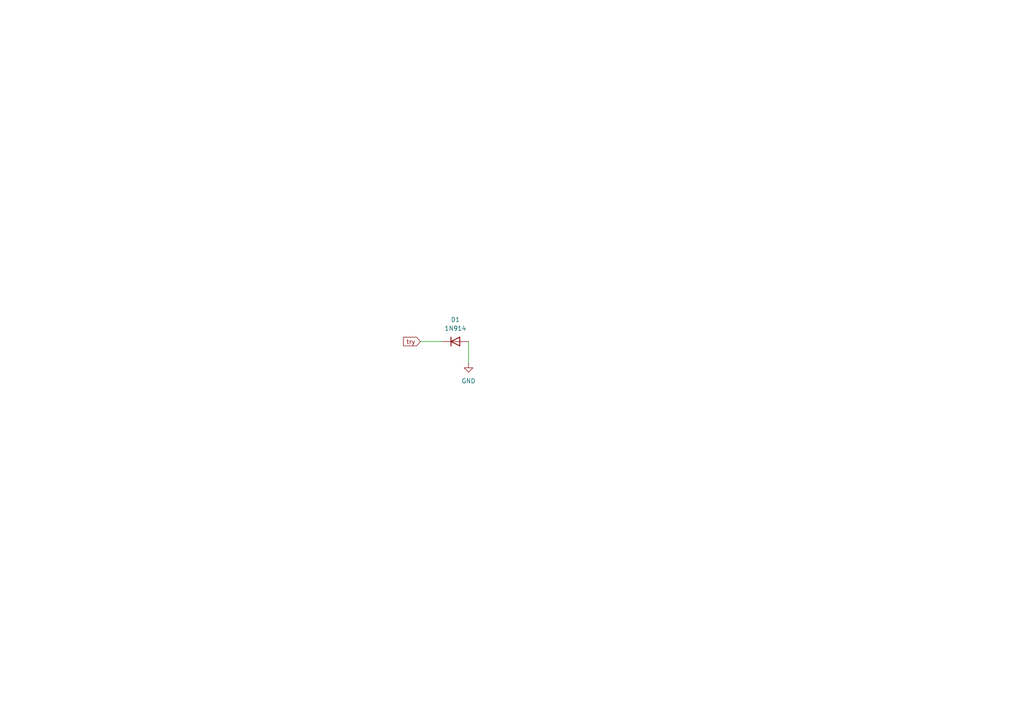
<source format=kicad_sch>
(kicad_sch (version 20250114) (generator "eeschema") (generator_version "9.0")
  (paper "A4")
  (lib_symbols
    (symbol "Diode:1N914" (pin_numbers (hide yes)) (pin_names (hide yes))
      (property "Reference" "D" (at 0 2.54 0))
      (property "Value" "1N914" (at 0 -2.54 0))
      (symbol "1N914_0_1"
        (polyline (pts (xy -1.27 1.27) (xy -1.27 -1.27)) (stroke (width 0.254)))
        (polyline (pts (xy 1.27 1.27) (xy 1.27 -1.27) (xy -1.27 0) (xy 1.27 1.27)) (stroke (width 0.254)))
        (polyline (pts (xy 1.27 0) (xy -1.27 0)))
      )
      (symbol "1N914_1_1"
        (pin passive line (at -3.81 0 0) (length 2.54) (name "K") (number "1"))
        (pin passive line (at 3.81 0 180) (length 2.54) (name "A") (number "2"))
      )
    )
    (symbol "power:GND" (power) (pin_numbers (hide yes)) (pin_names (offset 0) (hide yes))
      (property "Value" "GND" (at 0 -3.81 0))
      (symbol "GND_0_1"
        (polyline (pts (xy 0 0) (xy 0 -1.27) (xy 1.27 -1.27) (xy 0 -2.54) (xy -1.27 -1.27) (xy 0 -1.27)))
      )
      (symbol "GND_1_1"
        (pin power_in line (at 0 0 270) (length 0) (name "~") (number "1"))
      )
    )
  )
  (wire (pts (xy 135.89 105.41) (xy 135.89 99.06)))
  (wire (pts (xy 121.92 99.06) (xy 128.27 99.06)))
  (global_label "try" (shape input) (at 121.92 99.06 180) (property "Intersheetrefs" "${INTERSHEET_REFS}" (effects (hide yes))))
  (symbol (lib_id "Diode:1N914") (at 132.08 99.06 0) (unit 1)
    (property "Reference" "D1" (at 132.08 92.71 0))
    (property "Value" "1N914" (at 132.08 95.25 0))
    (property "Footprint" "Diode_THT:D_DO-35_SOD27_P7.62mm_Horizontal" (effects (hide yes)))
    (property "Datasheet" "http://www.vishay.com/docs/85622/1n914.pdf" (effects (hide yes)))
    (property "Description" "100V 0.3A Small Signal Fast Switching Diode, DO-35" (effects (hide yes)))
    (property "Sim.Device" "D" (effects (hide yes)))
    (property "Sim.Pins" "1=K 2=A" (effects (hide yes)))
  )
  (symbol (lib_id "power:GND") (at 135.89 105.41 0) (unit 1)
    (property "Reference" "#PWR01" (effects (hide yes)))
    (property "Value" "GND" (at 135.89 110.49 0))
    (property "Description" "Power symbol creates a global label with name \"GND\" , ground" (effects (hide yes)))
  )
)
</source>
